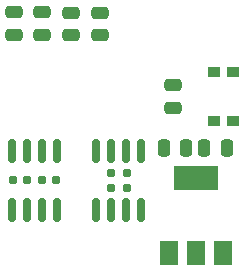
<source format=gbr>
%TF.GenerationSoftware,KiCad,Pcbnew,(6.0.10-0)*%
%TF.CreationDate,2023-01-20T18:31:20+01:00*%
%TF.ProjectId,KNeoPiX_v1.3,4b4e656f-5069-4585-9f76-312e332e6b69,rev?*%
%TF.SameCoordinates,Original*%
%TF.FileFunction,Paste,Top*%
%TF.FilePolarity,Positive*%
%FSLAX46Y46*%
G04 Gerber Fmt 4.6, Leading zero omitted, Abs format (unit mm)*
G04 Created by KiCad (PCBNEW (6.0.10-0)) date 2023-01-20 18:31:20*
%MOMM*%
%LPD*%
G01*
G04 APERTURE LIST*
G04 Aperture macros list*
%AMRoundRect*
0 Rectangle with rounded corners*
0 $1 Rounding radius*
0 $2 $3 $4 $5 $6 $7 $8 $9 X,Y pos of 4 corners*
0 Add a 4 corners polygon primitive as box body*
4,1,4,$2,$3,$4,$5,$6,$7,$8,$9,$2,$3,0*
0 Add four circle primitives for the rounded corners*
1,1,$1+$1,$2,$3*
1,1,$1+$1,$4,$5*
1,1,$1+$1,$6,$7*
1,1,$1+$1,$8,$9*
0 Add four rect primitives between the rounded corners*
20,1,$1+$1,$2,$3,$4,$5,0*
20,1,$1+$1,$4,$5,$6,$7,0*
20,1,$1+$1,$6,$7,$8,$9,0*
20,1,$1+$1,$8,$9,$2,$3,0*%
G04 Aperture macros list end*
%ADD10RoundRect,0.250000X-0.475000X0.250000X-0.475000X-0.250000X0.475000X-0.250000X0.475000X0.250000X0*%
%ADD11R,1.500000X2.000000*%
%ADD12R,3.800000X2.000000*%
%ADD13RoundRect,0.160000X0.160000X-0.197500X0.160000X0.197500X-0.160000X0.197500X-0.160000X-0.197500X0*%
%ADD14RoundRect,0.250000X0.250000X0.475000X-0.250000X0.475000X-0.250000X-0.475000X0.250000X-0.475000X0*%
%ADD15RoundRect,0.250000X-0.250000X-0.475000X0.250000X-0.475000X0.250000X0.475000X-0.250000X0.475000X0*%
%ADD16RoundRect,0.250000X0.475000X-0.250000X0.475000X0.250000X-0.475000X0.250000X-0.475000X-0.250000X0*%
%ADD17RoundRect,0.160000X-0.197500X-0.160000X0.197500X-0.160000X0.197500X0.160000X-0.197500X0.160000X0*%
%ADD18RoundRect,0.150000X-0.150000X0.825000X-0.150000X-0.825000X0.150000X-0.825000X0.150000X0.825000X0*%
%ADD19R,1.000000X0.900000*%
%ADD20RoundRect,0.150000X0.150000X-0.825000X0.150000X0.825000X-0.150000X0.825000X-0.150000X-0.825000X0*%
G04 APERTURE END LIST*
D10*
%TO.C,C2*%
X116940000Y-102360000D03*
X116940000Y-104260000D03*
%TD*%
D11*
%TO.C,U2*%
X130034000Y-122700000D03*
X132334000Y-122700000D03*
D12*
X132334000Y-116400000D03*
D11*
X134634000Y-122700000D03*
%TD*%
D10*
%TO.C,C1*%
X121760000Y-102380000D03*
X121760000Y-104280000D03*
%TD*%
D13*
%TO.C,R4*%
X126492000Y-117183500D03*
X126492000Y-115988500D03*
%TD*%
%TO.C,R3*%
X125100000Y-117183500D03*
X125100000Y-115988500D03*
%TD*%
D14*
%TO.C,C4*%
X134920000Y-113860000D03*
X133020000Y-113860000D03*
%TD*%
D15*
%TO.C,C3*%
X129590000Y-113860000D03*
X131490000Y-113860000D03*
%TD*%
D16*
%TO.C,C6*%
X124160000Y-104280000D03*
X124160000Y-102380000D03*
%TD*%
%TO.C,C7*%
X130370000Y-110410000D03*
X130370000Y-108510000D03*
%TD*%
D17*
%TO.C,R1*%
X116852500Y-116540000D03*
X118047500Y-116540000D03*
%TD*%
%TO.C,R2*%
X119272500Y-116540000D03*
X120467500Y-116540000D03*
%TD*%
D18*
%TO.C,U3*%
X120565000Y-114110000D03*
X119295000Y-114110000D03*
X118025000Y-114110000D03*
X116755000Y-114110000D03*
X116755000Y-119060000D03*
X118025000Y-119060000D03*
X119295000Y-119060000D03*
X120565000Y-119060000D03*
%TD*%
D10*
%TO.C,C5*%
X119280000Y-102360000D03*
X119280000Y-104260000D03*
%TD*%
D19*
%TO.C,SW1*%
X133810000Y-107410000D03*
X135410000Y-107410000D03*
X135410000Y-111510000D03*
X133810000Y-111510000D03*
%TD*%
D20*
%TO.C,U4*%
X123825000Y-119061000D03*
X125095000Y-119061000D03*
X126365000Y-119061000D03*
X127635000Y-119061000D03*
X127635000Y-114111000D03*
X126365000Y-114111000D03*
X125095000Y-114111000D03*
X123825000Y-114111000D03*
%TD*%
M02*

</source>
